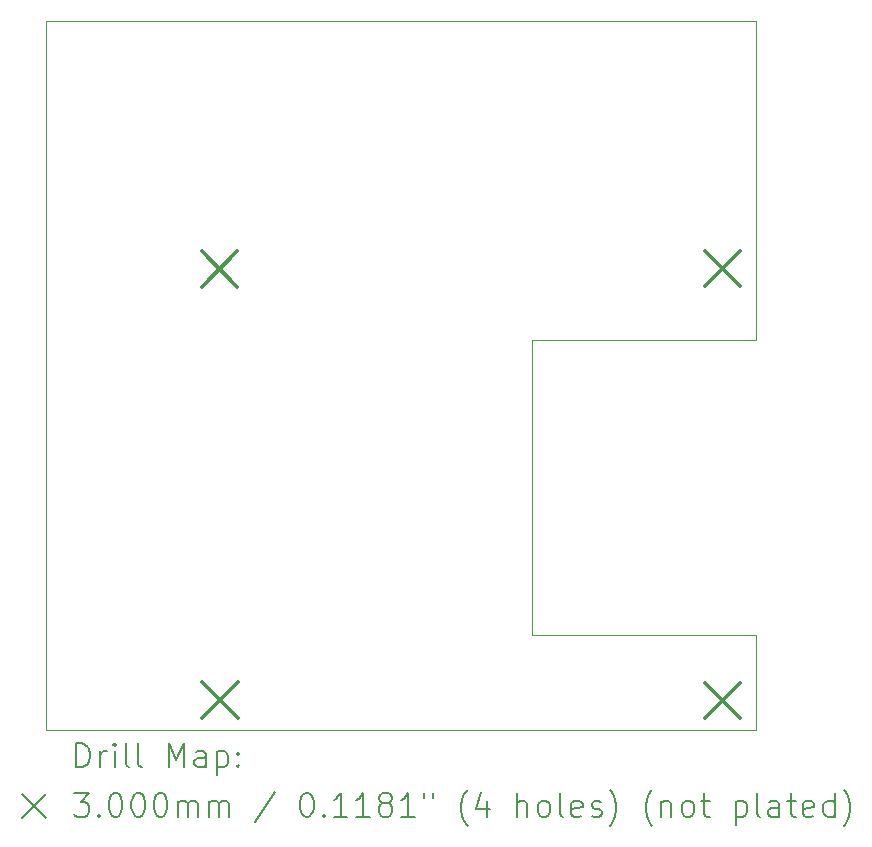
<source format=gbr>
%TF.GenerationSoftware,KiCad,Pcbnew,7.0.7*%
%TF.CreationDate,2023-11-07T21:11:49-05:00*%
%TF.ProjectId,attachmentBoard,61747461-6368-46d6-956e-74426f617264,rev?*%
%TF.SameCoordinates,Original*%
%TF.FileFunction,Drillmap*%
%TF.FilePolarity,Positive*%
%FSLAX45Y45*%
G04 Gerber Fmt 4.5, Leading zero omitted, Abs format (unit mm)*
G04 Created by KiCad (PCBNEW 7.0.7) date 2023-11-07 21:11:49*
%MOMM*%
%LPD*%
G01*
G04 APERTURE LIST*
%ADD10C,0.100000*%
%ADD11C,0.200000*%
%ADD12C,0.300000*%
G04 APERTURE END LIST*
D10*
X19500000Y-6200000D02*
X17600000Y-6200000D01*
X19500000Y-6200000D02*
X19500000Y-6200000D01*
X13490000Y-9500000D02*
X19500000Y-9500000D01*
X13490000Y-3500000D02*
X13490000Y-9500000D01*
X19500000Y-9500000D02*
X19500000Y-8700000D01*
X17600000Y-6200000D02*
X17600000Y-8700000D01*
X19500000Y-3500000D02*
X19500000Y-6200000D01*
X13490000Y-3500000D02*
X19500000Y-3500000D01*
X19500000Y-8700000D02*
X17600000Y-8700000D01*
D11*
D12*
X14808000Y-5449000D02*
X15108000Y-5749000D01*
X15108000Y-5449000D02*
X14808000Y-5749000D01*
X14811000Y-9100000D02*
X15111000Y-9400000D01*
X15111000Y-9100000D02*
X14811000Y-9400000D01*
X19065000Y-9102000D02*
X19365000Y-9402000D01*
X19365000Y-9102000D02*
X19065000Y-9402000D01*
X19066000Y-5447160D02*
X19366000Y-5747160D01*
X19366000Y-5447160D02*
X19066000Y-5747160D01*
D11*
X13745777Y-9816484D02*
X13745777Y-9616484D01*
X13745777Y-9616484D02*
X13793396Y-9616484D01*
X13793396Y-9616484D02*
X13821967Y-9626008D01*
X13821967Y-9626008D02*
X13841015Y-9645055D01*
X13841015Y-9645055D02*
X13850539Y-9664103D01*
X13850539Y-9664103D02*
X13860062Y-9702198D01*
X13860062Y-9702198D02*
X13860062Y-9730770D01*
X13860062Y-9730770D02*
X13850539Y-9768865D01*
X13850539Y-9768865D02*
X13841015Y-9787912D01*
X13841015Y-9787912D02*
X13821967Y-9806960D01*
X13821967Y-9806960D02*
X13793396Y-9816484D01*
X13793396Y-9816484D02*
X13745777Y-9816484D01*
X13945777Y-9816484D02*
X13945777Y-9683150D01*
X13945777Y-9721246D02*
X13955301Y-9702198D01*
X13955301Y-9702198D02*
X13964824Y-9692674D01*
X13964824Y-9692674D02*
X13983872Y-9683150D01*
X13983872Y-9683150D02*
X14002920Y-9683150D01*
X14069586Y-9816484D02*
X14069586Y-9683150D01*
X14069586Y-9616484D02*
X14060062Y-9626008D01*
X14060062Y-9626008D02*
X14069586Y-9635531D01*
X14069586Y-9635531D02*
X14079110Y-9626008D01*
X14079110Y-9626008D02*
X14069586Y-9616484D01*
X14069586Y-9616484D02*
X14069586Y-9635531D01*
X14193396Y-9816484D02*
X14174348Y-9806960D01*
X14174348Y-9806960D02*
X14164824Y-9787912D01*
X14164824Y-9787912D02*
X14164824Y-9616484D01*
X14298158Y-9816484D02*
X14279110Y-9806960D01*
X14279110Y-9806960D02*
X14269586Y-9787912D01*
X14269586Y-9787912D02*
X14269586Y-9616484D01*
X14526729Y-9816484D02*
X14526729Y-9616484D01*
X14526729Y-9616484D02*
X14593396Y-9759341D01*
X14593396Y-9759341D02*
X14660062Y-9616484D01*
X14660062Y-9616484D02*
X14660062Y-9816484D01*
X14841015Y-9816484D02*
X14841015Y-9711722D01*
X14841015Y-9711722D02*
X14831491Y-9692674D01*
X14831491Y-9692674D02*
X14812443Y-9683150D01*
X14812443Y-9683150D02*
X14774348Y-9683150D01*
X14774348Y-9683150D02*
X14755301Y-9692674D01*
X14841015Y-9806960D02*
X14821967Y-9816484D01*
X14821967Y-9816484D02*
X14774348Y-9816484D01*
X14774348Y-9816484D02*
X14755301Y-9806960D01*
X14755301Y-9806960D02*
X14745777Y-9787912D01*
X14745777Y-9787912D02*
X14745777Y-9768865D01*
X14745777Y-9768865D02*
X14755301Y-9749817D01*
X14755301Y-9749817D02*
X14774348Y-9740293D01*
X14774348Y-9740293D02*
X14821967Y-9740293D01*
X14821967Y-9740293D02*
X14841015Y-9730770D01*
X14936253Y-9683150D02*
X14936253Y-9883150D01*
X14936253Y-9692674D02*
X14955301Y-9683150D01*
X14955301Y-9683150D02*
X14993396Y-9683150D01*
X14993396Y-9683150D02*
X15012443Y-9692674D01*
X15012443Y-9692674D02*
X15021967Y-9702198D01*
X15021967Y-9702198D02*
X15031491Y-9721246D01*
X15031491Y-9721246D02*
X15031491Y-9778389D01*
X15031491Y-9778389D02*
X15021967Y-9797436D01*
X15021967Y-9797436D02*
X15012443Y-9806960D01*
X15012443Y-9806960D02*
X14993396Y-9816484D01*
X14993396Y-9816484D02*
X14955301Y-9816484D01*
X14955301Y-9816484D02*
X14936253Y-9806960D01*
X15117205Y-9797436D02*
X15126729Y-9806960D01*
X15126729Y-9806960D02*
X15117205Y-9816484D01*
X15117205Y-9816484D02*
X15107682Y-9806960D01*
X15107682Y-9806960D02*
X15117205Y-9797436D01*
X15117205Y-9797436D02*
X15117205Y-9816484D01*
X15117205Y-9692674D02*
X15126729Y-9702198D01*
X15126729Y-9702198D02*
X15117205Y-9711722D01*
X15117205Y-9711722D02*
X15107682Y-9702198D01*
X15107682Y-9702198D02*
X15117205Y-9692674D01*
X15117205Y-9692674D02*
X15117205Y-9711722D01*
X13285000Y-10045000D02*
X13485000Y-10245000D01*
X13485000Y-10045000D02*
X13285000Y-10245000D01*
X13726729Y-10036484D02*
X13850539Y-10036484D01*
X13850539Y-10036484D02*
X13783872Y-10112674D01*
X13783872Y-10112674D02*
X13812443Y-10112674D01*
X13812443Y-10112674D02*
X13831491Y-10122198D01*
X13831491Y-10122198D02*
X13841015Y-10131722D01*
X13841015Y-10131722D02*
X13850539Y-10150770D01*
X13850539Y-10150770D02*
X13850539Y-10198389D01*
X13850539Y-10198389D02*
X13841015Y-10217436D01*
X13841015Y-10217436D02*
X13831491Y-10226960D01*
X13831491Y-10226960D02*
X13812443Y-10236484D01*
X13812443Y-10236484D02*
X13755301Y-10236484D01*
X13755301Y-10236484D02*
X13736253Y-10226960D01*
X13736253Y-10226960D02*
X13726729Y-10217436D01*
X13936253Y-10217436D02*
X13945777Y-10226960D01*
X13945777Y-10226960D02*
X13936253Y-10236484D01*
X13936253Y-10236484D02*
X13926729Y-10226960D01*
X13926729Y-10226960D02*
X13936253Y-10217436D01*
X13936253Y-10217436D02*
X13936253Y-10236484D01*
X14069586Y-10036484D02*
X14088634Y-10036484D01*
X14088634Y-10036484D02*
X14107682Y-10046008D01*
X14107682Y-10046008D02*
X14117205Y-10055531D01*
X14117205Y-10055531D02*
X14126729Y-10074579D01*
X14126729Y-10074579D02*
X14136253Y-10112674D01*
X14136253Y-10112674D02*
X14136253Y-10160293D01*
X14136253Y-10160293D02*
X14126729Y-10198389D01*
X14126729Y-10198389D02*
X14117205Y-10217436D01*
X14117205Y-10217436D02*
X14107682Y-10226960D01*
X14107682Y-10226960D02*
X14088634Y-10236484D01*
X14088634Y-10236484D02*
X14069586Y-10236484D01*
X14069586Y-10236484D02*
X14050539Y-10226960D01*
X14050539Y-10226960D02*
X14041015Y-10217436D01*
X14041015Y-10217436D02*
X14031491Y-10198389D01*
X14031491Y-10198389D02*
X14021967Y-10160293D01*
X14021967Y-10160293D02*
X14021967Y-10112674D01*
X14021967Y-10112674D02*
X14031491Y-10074579D01*
X14031491Y-10074579D02*
X14041015Y-10055531D01*
X14041015Y-10055531D02*
X14050539Y-10046008D01*
X14050539Y-10046008D02*
X14069586Y-10036484D01*
X14260062Y-10036484D02*
X14279110Y-10036484D01*
X14279110Y-10036484D02*
X14298158Y-10046008D01*
X14298158Y-10046008D02*
X14307682Y-10055531D01*
X14307682Y-10055531D02*
X14317205Y-10074579D01*
X14317205Y-10074579D02*
X14326729Y-10112674D01*
X14326729Y-10112674D02*
X14326729Y-10160293D01*
X14326729Y-10160293D02*
X14317205Y-10198389D01*
X14317205Y-10198389D02*
X14307682Y-10217436D01*
X14307682Y-10217436D02*
X14298158Y-10226960D01*
X14298158Y-10226960D02*
X14279110Y-10236484D01*
X14279110Y-10236484D02*
X14260062Y-10236484D01*
X14260062Y-10236484D02*
X14241015Y-10226960D01*
X14241015Y-10226960D02*
X14231491Y-10217436D01*
X14231491Y-10217436D02*
X14221967Y-10198389D01*
X14221967Y-10198389D02*
X14212443Y-10160293D01*
X14212443Y-10160293D02*
X14212443Y-10112674D01*
X14212443Y-10112674D02*
X14221967Y-10074579D01*
X14221967Y-10074579D02*
X14231491Y-10055531D01*
X14231491Y-10055531D02*
X14241015Y-10046008D01*
X14241015Y-10046008D02*
X14260062Y-10036484D01*
X14450539Y-10036484D02*
X14469586Y-10036484D01*
X14469586Y-10036484D02*
X14488634Y-10046008D01*
X14488634Y-10046008D02*
X14498158Y-10055531D01*
X14498158Y-10055531D02*
X14507682Y-10074579D01*
X14507682Y-10074579D02*
X14517205Y-10112674D01*
X14517205Y-10112674D02*
X14517205Y-10160293D01*
X14517205Y-10160293D02*
X14507682Y-10198389D01*
X14507682Y-10198389D02*
X14498158Y-10217436D01*
X14498158Y-10217436D02*
X14488634Y-10226960D01*
X14488634Y-10226960D02*
X14469586Y-10236484D01*
X14469586Y-10236484D02*
X14450539Y-10236484D01*
X14450539Y-10236484D02*
X14431491Y-10226960D01*
X14431491Y-10226960D02*
X14421967Y-10217436D01*
X14421967Y-10217436D02*
X14412443Y-10198389D01*
X14412443Y-10198389D02*
X14402920Y-10160293D01*
X14402920Y-10160293D02*
X14402920Y-10112674D01*
X14402920Y-10112674D02*
X14412443Y-10074579D01*
X14412443Y-10074579D02*
X14421967Y-10055531D01*
X14421967Y-10055531D02*
X14431491Y-10046008D01*
X14431491Y-10046008D02*
X14450539Y-10036484D01*
X14602920Y-10236484D02*
X14602920Y-10103150D01*
X14602920Y-10122198D02*
X14612443Y-10112674D01*
X14612443Y-10112674D02*
X14631491Y-10103150D01*
X14631491Y-10103150D02*
X14660063Y-10103150D01*
X14660063Y-10103150D02*
X14679110Y-10112674D01*
X14679110Y-10112674D02*
X14688634Y-10131722D01*
X14688634Y-10131722D02*
X14688634Y-10236484D01*
X14688634Y-10131722D02*
X14698158Y-10112674D01*
X14698158Y-10112674D02*
X14717205Y-10103150D01*
X14717205Y-10103150D02*
X14745777Y-10103150D01*
X14745777Y-10103150D02*
X14764824Y-10112674D01*
X14764824Y-10112674D02*
X14774348Y-10131722D01*
X14774348Y-10131722D02*
X14774348Y-10236484D01*
X14869586Y-10236484D02*
X14869586Y-10103150D01*
X14869586Y-10122198D02*
X14879110Y-10112674D01*
X14879110Y-10112674D02*
X14898158Y-10103150D01*
X14898158Y-10103150D02*
X14926729Y-10103150D01*
X14926729Y-10103150D02*
X14945777Y-10112674D01*
X14945777Y-10112674D02*
X14955301Y-10131722D01*
X14955301Y-10131722D02*
X14955301Y-10236484D01*
X14955301Y-10131722D02*
X14964824Y-10112674D01*
X14964824Y-10112674D02*
X14983872Y-10103150D01*
X14983872Y-10103150D02*
X15012443Y-10103150D01*
X15012443Y-10103150D02*
X15031491Y-10112674D01*
X15031491Y-10112674D02*
X15041015Y-10131722D01*
X15041015Y-10131722D02*
X15041015Y-10236484D01*
X15431491Y-10026960D02*
X15260063Y-10284103D01*
X15688634Y-10036484D02*
X15707682Y-10036484D01*
X15707682Y-10036484D02*
X15726729Y-10046008D01*
X15726729Y-10046008D02*
X15736253Y-10055531D01*
X15736253Y-10055531D02*
X15745777Y-10074579D01*
X15745777Y-10074579D02*
X15755301Y-10112674D01*
X15755301Y-10112674D02*
X15755301Y-10160293D01*
X15755301Y-10160293D02*
X15745777Y-10198389D01*
X15745777Y-10198389D02*
X15736253Y-10217436D01*
X15736253Y-10217436D02*
X15726729Y-10226960D01*
X15726729Y-10226960D02*
X15707682Y-10236484D01*
X15707682Y-10236484D02*
X15688634Y-10236484D01*
X15688634Y-10236484D02*
X15669586Y-10226960D01*
X15669586Y-10226960D02*
X15660063Y-10217436D01*
X15660063Y-10217436D02*
X15650539Y-10198389D01*
X15650539Y-10198389D02*
X15641015Y-10160293D01*
X15641015Y-10160293D02*
X15641015Y-10112674D01*
X15641015Y-10112674D02*
X15650539Y-10074579D01*
X15650539Y-10074579D02*
X15660063Y-10055531D01*
X15660063Y-10055531D02*
X15669586Y-10046008D01*
X15669586Y-10046008D02*
X15688634Y-10036484D01*
X15841015Y-10217436D02*
X15850539Y-10226960D01*
X15850539Y-10226960D02*
X15841015Y-10236484D01*
X15841015Y-10236484D02*
X15831491Y-10226960D01*
X15831491Y-10226960D02*
X15841015Y-10217436D01*
X15841015Y-10217436D02*
X15841015Y-10236484D01*
X16041015Y-10236484D02*
X15926729Y-10236484D01*
X15983872Y-10236484D02*
X15983872Y-10036484D01*
X15983872Y-10036484D02*
X15964825Y-10065055D01*
X15964825Y-10065055D02*
X15945777Y-10084103D01*
X15945777Y-10084103D02*
X15926729Y-10093627D01*
X16231491Y-10236484D02*
X16117206Y-10236484D01*
X16174348Y-10236484D02*
X16174348Y-10036484D01*
X16174348Y-10036484D02*
X16155301Y-10065055D01*
X16155301Y-10065055D02*
X16136253Y-10084103D01*
X16136253Y-10084103D02*
X16117206Y-10093627D01*
X16345777Y-10122198D02*
X16326729Y-10112674D01*
X16326729Y-10112674D02*
X16317206Y-10103150D01*
X16317206Y-10103150D02*
X16307682Y-10084103D01*
X16307682Y-10084103D02*
X16307682Y-10074579D01*
X16307682Y-10074579D02*
X16317206Y-10055531D01*
X16317206Y-10055531D02*
X16326729Y-10046008D01*
X16326729Y-10046008D02*
X16345777Y-10036484D01*
X16345777Y-10036484D02*
X16383872Y-10036484D01*
X16383872Y-10036484D02*
X16402920Y-10046008D01*
X16402920Y-10046008D02*
X16412444Y-10055531D01*
X16412444Y-10055531D02*
X16421967Y-10074579D01*
X16421967Y-10074579D02*
X16421967Y-10084103D01*
X16421967Y-10084103D02*
X16412444Y-10103150D01*
X16412444Y-10103150D02*
X16402920Y-10112674D01*
X16402920Y-10112674D02*
X16383872Y-10122198D01*
X16383872Y-10122198D02*
X16345777Y-10122198D01*
X16345777Y-10122198D02*
X16326729Y-10131722D01*
X16326729Y-10131722D02*
X16317206Y-10141246D01*
X16317206Y-10141246D02*
X16307682Y-10160293D01*
X16307682Y-10160293D02*
X16307682Y-10198389D01*
X16307682Y-10198389D02*
X16317206Y-10217436D01*
X16317206Y-10217436D02*
X16326729Y-10226960D01*
X16326729Y-10226960D02*
X16345777Y-10236484D01*
X16345777Y-10236484D02*
X16383872Y-10236484D01*
X16383872Y-10236484D02*
X16402920Y-10226960D01*
X16402920Y-10226960D02*
X16412444Y-10217436D01*
X16412444Y-10217436D02*
X16421967Y-10198389D01*
X16421967Y-10198389D02*
X16421967Y-10160293D01*
X16421967Y-10160293D02*
X16412444Y-10141246D01*
X16412444Y-10141246D02*
X16402920Y-10131722D01*
X16402920Y-10131722D02*
X16383872Y-10122198D01*
X16612444Y-10236484D02*
X16498158Y-10236484D01*
X16555301Y-10236484D02*
X16555301Y-10036484D01*
X16555301Y-10036484D02*
X16536253Y-10065055D01*
X16536253Y-10065055D02*
X16517206Y-10084103D01*
X16517206Y-10084103D02*
X16498158Y-10093627D01*
X16688634Y-10036484D02*
X16688634Y-10074579D01*
X16764825Y-10036484D02*
X16764825Y-10074579D01*
X17060063Y-10312674D02*
X17050539Y-10303150D01*
X17050539Y-10303150D02*
X17031491Y-10274579D01*
X17031491Y-10274579D02*
X17021968Y-10255531D01*
X17021968Y-10255531D02*
X17012444Y-10226960D01*
X17012444Y-10226960D02*
X17002920Y-10179341D01*
X17002920Y-10179341D02*
X17002920Y-10141246D01*
X17002920Y-10141246D02*
X17012444Y-10093627D01*
X17012444Y-10093627D02*
X17021968Y-10065055D01*
X17021968Y-10065055D02*
X17031491Y-10046008D01*
X17031491Y-10046008D02*
X17050539Y-10017436D01*
X17050539Y-10017436D02*
X17060063Y-10007912D01*
X17221968Y-10103150D02*
X17221968Y-10236484D01*
X17174349Y-10026960D02*
X17126730Y-10169817D01*
X17126730Y-10169817D02*
X17250539Y-10169817D01*
X17479111Y-10236484D02*
X17479111Y-10036484D01*
X17564825Y-10236484D02*
X17564825Y-10131722D01*
X17564825Y-10131722D02*
X17555301Y-10112674D01*
X17555301Y-10112674D02*
X17536253Y-10103150D01*
X17536253Y-10103150D02*
X17507682Y-10103150D01*
X17507682Y-10103150D02*
X17488634Y-10112674D01*
X17488634Y-10112674D02*
X17479111Y-10122198D01*
X17688634Y-10236484D02*
X17669587Y-10226960D01*
X17669587Y-10226960D02*
X17660063Y-10217436D01*
X17660063Y-10217436D02*
X17650539Y-10198389D01*
X17650539Y-10198389D02*
X17650539Y-10141246D01*
X17650539Y-10141246D02*
X17660063Y-10122198D01*
X17660063Y-10122198D02*
X17669587Y-10112674D01*
X17669587Y-10112674D02*
X17688634Y-10103150D01*
X17688634Y-10103150D02*
X17717206Y-10103150D01*
X17717206Y-10103150D02*
X17736253Y-10112674D01*
X17736253Y-10112674D02*
X17745777Y-10122198D01*
X17745777Y-10122198D02*
X17755301Y-10141246D01*
X17755301Y-10141246D02*
X17755301Y-10198389D01*
X17755301Y-10198389D02*
X17745777Y-10217436D01*
X17745777Y-10217436D02*
X17736253Y-10226960D01*
X17736253Y-10226960D02*
X17717206Y-10236484D01*
X17717206Y-10236484D02*
X17688634Y-10236484D01*
X17869587Y-10236484D02*
X17850539Y-10226960D01*
X17850539Y-10226960D02*
X17841015Y-10207912D01*
X17841015Y-10207912D02*
X17841015Y-10036484D01*
X18021968Y-10226960D02*
X18002920Y-10236484D01*
X18002920Y-10236484D02*
X17964825Y-10236484D01*
X17964825Y-10236484D02*
X17945777Y-10226960D01*
X17945777Y-10226960D02*
X17936253Y-10207912D01*
X17936253Y-10207912D02*
X17936253Y-10131722D01*
X17936253Y-10131722D02*
X17945777Y-10112674D01*
X17945777Y-10112674D02*
X17964825Y-10103150D01*
X17964825Y-10103150D02*
X18002920Y-10103150D01*
X18002920Y-10103150D02*
X18021968Y-10112674D01*
X18021968Y-10112674D02*
X18031492Y-10131722D01*
X18031492Y-10131722D02*
X18031492Y-10150770D01*
X18031492Y-10150770D02*
X17936253Y-10169817D01*
X18107682Y-10226960D02*
X18126730Y-10236484D01*
X18126730Y-10236484D02*
X18164825Y-10236484D01*
X18164825Y-10236484D02*
X18183873Y-10226960D01*
X18183873Y-10226960D02*
X18193396Y-10207912D01*
X18193396Y-10207912D02*
X18193396Y-10198389D01*
X18193396Y-10198389D02*
X18183873Y-10179341D01*
X18183873Y-10179341D02*
X18164825Y-10169817D01*
X18164825Y-10169817D02*
X18136253Y-10169817D01*
X18136253Y-10169817D02*
X18117206Y-10160293D01*
X18117206Y-10160293D02*
X18107682Y-10141246D01*
X18107682Y-10141246D02*
X18107682Y-10131722D01*
X18107682Y-10131722D02*
X18117206Y-10112674D01*
X18117206Y-10112674D02*
X18136253Y-10103150D01*
X18136253Y-10103150D02*
X18164825Y-10103150D01*
X18164825Y-10103150D02*
X18183873Y-10112674D01*
X18260063Y-10312674D02*
X18269587Y-10303150D01*
X18269587Y-10303150D02*
X18288634Y-10274579D01*
X18288634Y-10274579D02*
X18298158Y-10255531D01*
X18298158Y-10255531D02*
X18307682Y-10226960D01*
X18307682Y-10226960D02*
X18317206Y-10179341D01*
X18317206Y-10179341D02*
X18317206Y-10141246D01*
X18317206Y-10141246D02*
X18307682Y-10093627D01*
X18307682Y-10093627D02*
X18298158Y-10065055D01*
X18298158Y-10065055D02*
X18288634Y-10046008D01*
X18288634Y-10046008D02*
X18269587Y-10017436D01*
X18269587Y-10017436D02*
X18260063Y-10007912D01*
X18621968Y-10312674D02*
X18612444Y-10303150D01*
X18612444Y-10303150D02*
X18593396Y-10274579D01*
X18593396Y-10274579D02*
X18583873Y-10255531D01*
X18583873Y-10255531D02*
X18574349Y-10226960D01*
X18574349Y-10226960D02*
X18564825Y-10179341D01*
X18564825Y-10179341D02*
X18564825Y-10141246D01*
X18564825Y-10141246D02*
X18574349Y-10093627D01*
X18574349Y-10093627D02*
X18583873Y-10065055D01*
X18583873Y-10065055D02*
X18593396Y-10046008D01*
X18593396Y-10046008D02*
X18612444Y-10017436D01*
X18612444Y-10017436D02*
X18621968Y-10007912D01*
X18698158Y-10103150D02*
X18698158Y-10236484D01*
X18698158Y-10122198D02*
X18707682Y-10112674D01*
X18707682Y-10112674D02*
X18726730Y-10103150D01*
X18726730Y-10103150D02*
X18755301Y-10103150D01*
X18755301Y-10103150D02*
X18774349Y-10112674D01*
X18774349Y-10112674D02*
X18783873Y-10131722D01*
X18783873Y-10131722D02*
X18783873Y-10236484D01*
X18907682Y-10236484D02*
X18888634Y-10226960D01*
X18888634Y-10226960D02*
X18879111Y-10217436D01*
X18879111Y-10217436D02*
X18869587Y-10198389D01*
X18869587Y-10198389D02*
X18869587Y-10141246D01*
X18869587Y-10141246D02*
X18879111Y-10122198D01*
X18879111Y-10122198D02*
X18888634Y-10112674D01*
X18888634Y-10112674D02*
X18907682Y-10103150D01*
X18907682Y-10103150D02*
X18936254Y-10103150D01*
X18936254Y-10103150D02*
X18955301Y-10112674D01*
X18955301Y-10112674D02*
X18964825Y-10122198D01*
X18964825Y-10122198D02*
X18974349Y-10141246D01*
X18974349Y-10141246D02*
X18974349Y-10198389D01*
X18974349Y-10198389D02*
X18964825Y-10217436D01*
X18964825Y-10217436D02*
X18955301Y-10226960D01*
X18955301Y-10226960D02*
X18936254Y-10236484D01*
X18936254Y-10236484D02*
X18907682Y-10236484D01*
X19031492Y-10103150D02*
X19107682Y-10103150D01*
X19060063Y-10036484D02*
X19060063Y-10207912D01*
X19060063Y-10207912D02*
X19069587Y-10226960D01*
X19069587Y-10226960D02*
X19088634Y-10236484D01*
X19088634Y-10236484D02*
X19107682Y-10236484D01*
X19326730Y-10103150D02*
X19326730Y-10303150D01*
X19326730Y-10112674D02*
X19345777Y-10103150D01*
X19345777Y-10103150D02*
X19383873Y-10103150D01*
X19383873Y-10103150D02*
X19402920Y-10112674D01*
X19402920Y-10112674D02*
X19412444Y-10122198D01*
X19412444Y-10122198D02*
X19421968Y-10141246D01*
X19421968Y-10141246D02*
X19421968Y-10198389D01*
X19421968Y-10198389D02*
X19412444Y-10217436D01*
X19412444Y-10217436D02*
X19402920Y-10226960D01*
X19402920Y-10226960D02*
X19383873Y-10236484D01*
X19383873Y-10236484D02*
X19345777Y-10236484D01*
X19345777Y-10236484D02*
X19326730Y-10226960D01*
X19536254Y-10236484D02*
X19517206Y-10226960D01*
X19517206Y-10226960D02*
X19507682Y-10207912D01*
X19507682Y-10207912D02*
X19507682Y-10036484D01*
X19698158Y-10236484D02*
X19698158Y-10131722D01*
X19698158Y-10131722D02*
X19688635Y-10112674D01*
X19688635Y-10112674D02*
X19669587Y-10103150D01*
X19669587Y-10103150D02*
X19631492Y-10103150D01*
X19631492Y-10103150D02*
X19612444Y-10112674D01*
X19698158Y-10226960D02*
X19679111Y-10236484D01*
X19679111Y-10236484D02*
X19631492Y-10236484D01*
X19631492Y-10236484D02*
X19612444Y-10226960D01*
X19612444Y-10226960D02*
X19602920Y-10207912D01*
X19602920Y-10207912D02*
X19602920Y-10188865D01*
X19602920Y-10188865D02*
X19612444Y-10169817D01*
X19612444Y-10169817D02*
X19631492Y-10160293D01*
X19631492Y-10160293D02*
X19679111Y-10160293D01*
X19679111Y-10160293D02*
X19698158Y-10150770D01*
X19764825Y-10103150D02*
X19841015Y-10103150D01*
X19793396Y-10036484D02*
X19793396Y-10207912D01*
X19793396Y-10207912D02*
X19802920Y-10226960D01*
X19802920Y-10226960D02*
X19821968Y-10236484D01*
X19821968Y-10236484D02*
X19841015Y-10236484D01*
X19983873Y-10226960D02*
X19964825Y-10236484D01*
X19964825Y-10236484D02*
X19926730Y-10236484D01*
X19926730Y-10236484D02*
X19907682Y-10226960D01*
X19907682Y-10226960D02*
X19898158Y-10207912D01*
X19898158Y-10207912D02*
X19898158Y-10131722D01*
X19898158Y-10131722D02*
X19907682Y-10112674D01*
X19907682Y-10112674D02*
X19926730Y-10103150D01*
X19926730Y-10103150D02*
X19964825Y-10103150D01*
X19964825Y-10103150D02*
X19983873Y-10112674D01*
X19983873Y-10112674D02*
X19993396Y-10131722D01*
X19993396Y-10131722D02*
X19993396Y-10150770D01*
X19993396Y-10150770D02*
X19898158Y-10169817D01*
X20164825Y-10236484D02*
X20164825Y-10036484D01*
X20164825Y-10226960D02*
X20145777Y-10236484D01*
X20145777Y-10236484D02*
X20107682Y-10236484D01*
X20107682Y-10236484D02*
X20088635Y-10226960D01*
X20088635Y-10226960D02*
X20079111Y-10217436D01*
X20079111Y-10217436D02*
X20069587Y-10198389D01*
X20069587Y-10198389D02*
X20069587Y-10141246D01*
X20069587Y-10141246D02*
X20079111Y-10122198D01*
X20079111Y-10122198D02*
X20088635Y-10112674D01*
X20088635Y-10112674D02*
X20107682Y-10103150D01*
X20107682Y-10103150D02*
X20145777Y-10103150D01*
X20145777Y-10103150D02*
X20164825Y-10112674D01*
X20241016Y-10312674D02*
X20250539Y-10303150D01*
X20250539Y-10303150D02*
X20269587Y-10274579D01*
X20269587Y-10274579D02*
X20279111Y-10255531D01*
X20279111Y-10255531D02*
X20288635Y-10226960D01*
X20288635Y-10226960D02*
X20298158Y-10179341D01*
X20298158Y-10179341D02*
X20298158Y-10141246D01*
X20298158Y-10141246D02*
X20288635Y-10093627D01*
X20288635Y-10093627D02*
X20279111Y-10065055D01*
X20279111Y-10065055D02*
X20269587Y-10046008D01*
X20269587Y-10046008D02*
X20250539Y-10017436D01*
X20250539Y-10017436D02*
X20241016Y-10007912D01*
M02*

</source>
